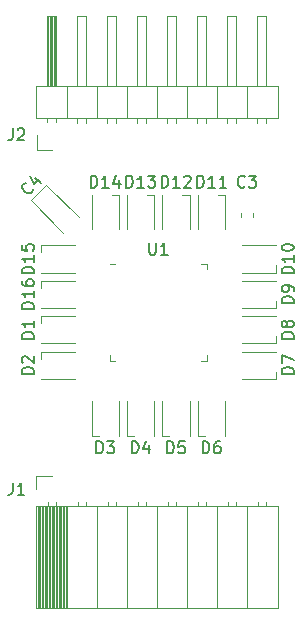
<source format=gbr>
G04 #@! TF.GenerationSoftware,KiCad,Pcbnew,(5.1.2)-2*
G04 #@! TF.CreationDate,2019-06-12T22:46:05+02:00*
G04 #@! TF.ProjectId,TLC5954-Eval,544c4335-3935-4342-9d45-76616c2e6b69,rev?*
G04 #@! TF.SameCoordinates,Original*
G04 #@! TF.FileFunction,Legend,Top*
G04 #@! TF.FilePolarity,Positive*
%FSLAX46Y46*%
G04 Gerber Fmt 4.6, Leading zero omitted, Abs format (unit mm)*
G04 Created by KiCad (PCBNEW (5.1.2)-2) date 2019-06-12 22:46:05*
%MOMM*%
%LPD*%
G04 APERTURE LIST*
%ADD10C,0.120000*%
%ADD11C,0.150000*%
G04 APERTURE END LIST*
D10*
X101635000Y-101890000D02*
X102110000Y-101890000D01*
X102110000Y-101890000D02*
X102110000Y-102365000D01*
X94365000Y-110110000D02*
X93890000Y-110110000D01*
X93890000Y-110110000D02*
X93890000Y-109635000D01*
X101635000Y-110110000D02*
X102110000Y-110110000D01*
X102110000Y-110110000D02*
X102110000Y-109635000D01*
X94365000Y-101890000D02*
X93890000Y-101890000D01*
X87670000Y-121000000D02*
X87670000Y-119890000D01*
X87670000Y-119890000D02*
X89000000Y-119890000D01*
X87670000Y-131090000D02*
X108110000Y-131090000D01*
X108110000Y-131090000D02*
X108110000Y-122460000D01*
X87670000Y-122460000D02*
X108110000Y-122460000D01*
X87670000Y-131090000D02*
X87670000Y-122460000D01*
X105510000Y-131090000D02*
X105510000Y-122460000D01*
X102970000Y-131090000D02*
X102970000Y-122460000D01*
X100430000Y-131090000D02*
X100430000Y-122460000D01*
X97890000Y-131090000D02*
X97890000Y-122460000D01*
X95350000Y-131090000D02*
X95350000Y-122460000D01*
X92810000Y-131090000D02*
X92810000Y-122460000D01*
X90270000Y-131090000D02*
X90270000Y-122460000D01*
X107140000Y-122460000D02*
X107140000Y-122050000D01*
X106420000Y-122460000D02*
X106420000Y-122050000D01*
X104600000Y-122460000D02*
X104600000Y-122050000D01*
X103880000Y-122460000D02*
X103880000Y-122050000D01*
X102060000Y-122460000D02*
X102060000Y-122050000D01*
X101340000Y-122460000D02*
X101340000Y-122050000D01*
X99520000Y-122460000D02*
X99520000Y-122050000D01*
X98800000Y-122460000D02*
X98800000Y-122050000D01*
X96980000Y-122460000D02*
X96980000Y-122050000D01*
X96260000Y-122460000D02*
X96260000Y-122050000D01*
X94440000Y-122460000D02*
X94440000Y-122050000D01*
X93720000Y-122460000D02*
X93720000Y-122050000D01*
X91900000Y-122460000D02*
X91900000Y-122050000D01*
X91180000Y-122460000D02*
X91180000Y-122050000D01*
X89360000Y-122460000D02*
X89360000Y-122110000D01*
X88640000Y-122460000D02*
X88640000Y-122110000D01*
X90151900Y-131090000D02*
X90151900Y-122460000D01*
X90033805Y-131090000D02*
X90033805Y-122460000D01*
X89915710Y-131090000D02*
X89915710Y-122460000D01*
X89797615Y-131090000D02*
X89797615Y-122460000D01*
X89679520Y-131090000D02*
X89679520Y-122460000D01*
X89561425Y-131090000D02*
X89561425Y-122460000D01*
X89443330Y-131090000D02*
X89443330Y-122460000D01*
X89325235Y-131090000D02*
X89325235Y-122460000D01*
X89207140Y-131090000D02*
X89207140Y-122460000D01*
X89089045Y-131090000D02*
X89089045Y-122460000D01*
X88970950Y-131090000D02*
X88970950Y-122460000D01*
X88852855Y-131090000D02*
X88852855Y-122460000D01*
X88734760Y-131090000D02*
X88734760Y-122460000D01*
X88616665Y-131090000D02*
X88616665Y-122460000D01*
X88498570Y-131090000D02*
X88498570Y-122460000D01*
X88380475Y-131090000D02*
X88380475Y-122460000D01*
X88262380Y-131090000D02*
X88262380Y-122460000D01*
X88144285Y-131090000D02*
X88144285Y-122460000D01*
X88026190Y-131090000D02*
X88026190Y-122460000D01*
X87908095Y-131090000D02*
X87908095Y-122460000D01*
X87790000Y-131090000D02*
X87790000Y-122460000D01*
X87730000Y-92270000D02*
X87730000Y-91000000D01*
X89000000Y-92270000D02*
X87730000Y-92270000D01*
X107160000Y-89957071D02*
X107160000Y-89560000D01*
X106400000Y-89957071D02*
X106400000Y-89560000D01*
X107160000Y-80900000D02*
X107160000Y-86900000D01*
X106400000Y-80900000D02*
X107160000Y-80900000D01*
X106400000Y-86900000D02*
X106400000Y-80900000D01*
X105510000Y-89560000D02*
X105510000Y-86900000D01*
X104620000Y-89957071D02*
X104620000Y-89560000D01*
X103860000Y-89957071D02*
X103860000Y-89560000D01*
X104620000Y-80900000D02*
X104620000Y-86900000D01*
X103860000Y-80900000D02*
X104620000Y-80900000D01*
X103860000Y-86900000D02*
X103860000Y-80900000D01*
X102970000Y-89560000D02*
X102970000Y-86900000D01*
X102080000Y-89957071D02*
X102080000Y-89560000D01*
X101320000Y-89957071D02*
X101320000Y-89560000D01*
X102080000Y-80900000D02*
X102080000Y-86900000D01*
X101320000Y-80900000D02*
X102080000Y-80900000D01*
X101320000Y-86900000D02*
X101320000Y-80900000D01*
X100430000Y-89560000D02*
X100430000Y-86900000D01*
X99540000Y-89957071D02*
X99540000Y-89560000D01*
X98780000Y-89957071D02*
X98780000Y-89560000D01*
X99540000Y-80900000D02*
X99540000Y-86900000D01*
X98780000Y-80900000D02*
X99540000Y-80900000D01*
X98780000Y-86900000D02*
X98780000Y-80900000D01*
X97890000Y-89560000D02*
X97890000Y-86900000D01*
X97000000Y-89957071D02*
X97000000Y-89560000D01*
X96240000Y-89957071D02*
X96240000Y-89560000D01*
X97000000Y-80900000D02*
X97000000Y-86900000D01*
X96240000Y-80900000D02*
X97000000Y-80900000D01*
X96240000Y-86900000D02*
X96240000Y-80900000D01*
X95350000Y-89560000D02*
X95350000Y-86900000D01*
X94460000Y-89957071D02*
X94460000Y-89560000D01*
X93700000Y-89957071D02*
X93700000Y-89560000D01*
X94460000Y-80900000D02*
X94460000Y-86900000D01*
X93700000Y-80900000D02*
X94460000Y-80900000D01*
X93700000Y-86900000D02*
X93700000Y-80900000D01*
X92810000Y-89560000D02*
X92810000Y-86900000D01*
X91920000Y-89957071D02*
X91920000Y-89560000D01*
X91160000Y-89957071D02*
X91160000Y-89560000D01*
X91920000Y-80900000D02*
X91920000Y-86900000D01*
X91160000Y-80900000D02*
X91920000Y-80900000D01*
X91160000Y-86900000D02*
X91160000Y-80900000D01*
X90270000Y-89560000D02*
X90270000Y-86900000D01*
X89380000Y-89890000D02*
X89380000Y-89560000D01*
X88620000Y-89890000D02*
X88620000Y-89560000D01*
X89280000Y-86900000D02*
X89280000Y-80900000D01*
X89160000Y-86900000D02*
X89160000Y-80900000D01*
X89040000Y-86900000D02*
X89040000Y-80900000D01*
X88920000Y-86900000D02*
X88920000Y-80900000D01*
X88800000Y-86900000D02*
X88800000Y-80900000D01*
X88680000Y-86900000D02*
X88680000Y-80900000D01*
X89380000Y-80900000D02*
X89380000Y-86900000D01*
X88620000Y-80900000D02*
X89380000Y-80900000D01*
X88620000Y-86900000D02*
X88620000Y-80900000D01*
X87670000Y-86900000D02*
X87670000Y-89560000D01*
X108110000Y-86900000D02*
X87670000Y-86900000D01*
X108110000Y-89560000D02*
X108110000Y-86900000D01*
X87670000Y-89560000D02*
X108110000Y-89560000D01*
X88050000Y-105650000D02*
X90950000Y-105650000D01*
X88050000Y-103350000D02*
X90950000Y-103350000D01*
X88050000Y-103950000D02*
X88050000Y-103350000D01*
X88050000Y-102650000D02*
X90950000Y-102650000D01*
X88050000Y-100350000D02*
X90950000Y-100350000D01*
X88050000Y-100950000D02*
X88050000Y-100350000D01*
X94050000Y-96050000D02*
X94650000Y-96050000D01*
X94650000Y-96050000D02*
X94650000Y-98950000D01*
X92350000Y-96050000D02*
X92350000Y-98950000D01*
X97050000Y-96050000D02*
X97650000Y-96050000D01*
X97650000Y-96050000D02*
X97650000Y-98950000D01*
X95350000Y-96050000D02*
X95350000Y-98950000D01*
X98350000Y-96050000D02*
X98350000Y-98950000D01*
X100650000Y-96050000D02*
X100650000Y-98950000D01*
X100050000Y-96050000D02*
X100650000Y-96050000D01*
X101350000Y-96050000D02*
X101350000Y-98950000D01*
X103650000Y-96050000D02*
X103650000Y-98950000D01*
X103050000Y-96050000D02*
X103650000Y-96050000D01*
X107950000Y-100350000D02*
X105050000Y-100350000D01*
X107950000Y-102650000D02*
X105050000Y-102650000D01*
X107950000Y-102050000D02*
X107950000Y-102650000D01*
X107950000Y-103350000D02*
X105050000Y-103350000D01*
X107950000Y-105650000D02*
X105050000Y-105650000D01*
X107950000Y-105050000D02*
X107950000Y-105650000D01*
X107950000Y-106350000D02*
X105050000Y-106350000D01*
X107950000Y-108650000D02*
X105050000Y-108650000D01*
X107950000Y-108050000D02*
X107950000Y-108650000D01*
X107950000Y-109350000D02*
X105050000Y-109350000D01*
X107950000Y-111650000D02*
X105050000Y-111650000D01*
X107950000Y-111050000D02*
X107950000Y-111650000D01*
X101950000Y-116450000D02*
X101350000Y-116450000D01*
X101350000Y-116450000D02*
X101350000Y-113550000D01*
X103650000Y-116450000D02*
X103650000Y-113550000D01*
X98950000Y-116450000D02*
X98350000Y-116450000D01*
X98350000Y-116450000D02*
X98350000Y-113550000D01*
X100650000Y-116450000D02*
X100650000Y-113550000D01*
X95950000Y-116450000D02*
X95350000Y-116450000D01*
X95350000Y-116450000D02*
X95350000Y-113550000D01*
X97650000Y-116450000D02*
X97650000Y-113550000D01*
X92950000Y-116450000D02*
X92350000Y-116450000D01*
X92350000Y-116450000D02*
X92350000Y-113550000D01*
X94650000Y-116450000D02*
X94650000Y-113550000D01*
X88050000Y-111650000D02*
X90950000Y-111650000D01*
X88050000Y-109350000D02*
X90950000Y-109350000D01*
X88050000Y-109950000D02*
X88050000Y-109350000D01*
X88050000Y-108650000D02*
X90950000Y-108650000D01*
X88050000Y-106350000D02*
X90950000Y-106350000D01*
X88050000Y-106950000D02*
X88050000Y-106350000D01*
X87205438Y-96527728D02*
X89970226Y-99292516D01*
X88527728Y-95205438D02*
X87205438Y-96527728D01*
X91292516Y-97970226D02*
X88527728Y-95205438D01*
X106010000Y-97912779D02*
X106010000Y-97587221D01*
X104990000Y-97912779D02*
X104990000Y-97587221D01*
D11*
X97238095Y-100132380D02*
X97238095Y-100941904D01*
X97285714Y-101037142D01*
X97333333Y-101084761D01*
X97428571Y-101132380D01*
X97619047Y-101132380D01*
X97714285Y-101084761D01*
X97761904Y-101037142D01*
X97809523Y-100941904D01*
X97809523Y-100132380D01*
X98809523Y-101132380D02*
X98238095Y-101132380D01*
X98523809Y-101132380D02*
X98523809Y-100132380D01*
X98428571Y-100275238D01*
X98333333Y-100370476D01*
X98238095Y-100418095D01*
X85666666Y-120452380D02*
X85666666Y-121166666D01*
X85619047Y-121309523D01*
X85523809Y-121404761D01*
X85380952Y-121452380D01*
X85285714Y-121452380D01*
X86666666Y-121452380D02*
X86095238Y-121452380D01*
X86380952Y-121452380D02*
X86380952Y-120452380D01*
X86285714Y-120595238D01*
X86190476Y-120690476D01*
X86095238Y-120738095D01*
X85666666Y-90452380D02*
X85666666Y-91166666D01*
X85619047Y-91309523D01*
X85523809Y-91404761D01*
X85380952Y-91452380D01*
X85285714Y-91452380D01*
X86095238Y-90547619D02*
X86142857Y-90500000D01*
X86238095Y-90452380D01*
X86476190Y-90452380D01*
X86571428Y-90500000D01*
X86619047Y-90547619D01*
X86666666Y-90642857D01*
X86666666Y-90738095D01*
X86619047Y-90880952D01*
X86047619Y-91452380D01*
X86666666Y-91452380D01*
X87452380Y-105714285D02*
X86452380Y-105714285D01*
X86452380Y-105476190D01*
X86500000Y-105333333D01*
X86595238Y-105238095D01*
X86690476Y-105190476D01*
X86880952Y-105142857D01*
X87023809Y-105142857D01*
X87214285Y-105190476D01*
X87309523Y-105238095D01*
X87404761Y-105333333D01*
X87452380Y-105476190D01*
X87452380Y-105714285D01*
X87452380Y-104190476D02*
X87452380Y-104761904D01*
X87452380Y-104476190D02*
X86452380Y-104476190D01*
X86595238Y-104571428D01*
X86690476Y-104666666D01*
X86738095Y-104761904D01*
X86452380Y-103333333D02*
X86452380Y-103523809D01*
X86500000Y-103619047D01*
X86547619Y-103666666D01*
X86690476Y-103761904D01*
X86880952Y-103809523D01*
X87261904Y-103809523D01*
X87357142Y-103761904D01*
X87404761Y-103714285D01*
X87452380Y-103619047D01*
X87452380Y-103428571D01*
X87404761Y-103333333D01*
X87357142Y-103285714D01*
X87261904Y-103238095D01*
X87023809Y-103238095D01*
X86928571Y-103285714D01*
X86880952Y-103333333D01*
X86833333Y-103428571D01*
X86833333Y-103619047D01*
X86880952Y-103714285D01*
X86928571Y-103761904D01*
X87023809Y-103809523D01*
X87452380Y-102714285D02*
X86452380Y-102714285D01*
X86452380Y-102476190D01*
X86500000Y-102333333D01*
X86595238Y-102238095D01*
X86690476Y-102190476D01*
X86880952Y-102142857D01*
X87023809Y-102142857D01*
X87214285Y-102190476D01*
X87309523Y-102238095D01*
X87404761Y-102333333D01*
X87452380Y-102476190D01*
X87452380Y-102714285D01*
X87452380Y-101190476D02*
X87452380Y-101761904D01*
X87452380Y-101476190D02*
X86452380Y-101476190D01*
X86595238Y-101571428D01*
X86690476Y-101666666D01*
X86738095Y-101761904D01*
X86452380Y-100285714D02*
X86452380Y-100761904D01*
X86928571Y-100809523D01*
X86880952Y-100761904D01*
X86833333Y-100666666D01*
X86833333Y-100428571D01*
X86880952Y-100333333D01*
X86928571Y-100285714D01*
X87023809Y-100238095D01*
X87261904Y-100238095D01*
X87357142Y-100285714D01*
X87404761Y-100333333D01*
X87452380Y-100428571D01*
X87452380Y-100666666D01*
X87404761Y-100761904D01*
X87357142Y-100809523D01*
X92285714Y-95452380D02*
X92285714Y-94452380D01*
X92523809Y-94452380D01*
X92666666Y-94500000D01*
X92761904Y-94595238D01*
X92809523Y-94690476D01*
X92857142Y-94880952D01*
X92857142Y-95023809D01*
X92809523Y-95214285D01*
X92761904Y-95309523D01*
X92666666Y-95404761D01*
X92523809Y-95452380D01*
X92285714Y-95452380D01*
X93809523Y-95452380D02*
X93238095Y-95452380D01*
X93523809Y-95452380D02*
X93523809Y-94452380D01*
X93428571Y-94595238D01*
X93333333Y-94690476D01*
X93238095Y-94738095D01*
X94666666Y-94785714D02*
X94666666Y-95452380D01*
X94428571Y-94404761D02*
X94190476Y-95119047D01*
X94809523Y-95119047D01*
X95285714Y-95452380D02*
X95285714Y-94452380D01*
X95523809Y-94452380D01*
X95666666Y-94500000D01*
X95761904Y-94595238D01*
X95809523Y-94690476D01*
X95857142Y-94880952D01*
X95857142Y-95023809D01*
X95809523Y-95214285D01*
X95761904Y-95309523D01*
X95666666Y-95404761D01*
X95523809Y-95452380D01*
X95285714Y-95452380D01*
X96809523Y-95452380D02*
X96238095Y-95452380D01*
X96523809Y-95452380D02*
X96523809Y-94452380D01*
X96428571Y-94595238D01*
X96333333Y-94690476D01*
X96238095Y-94738095D01*
X97142857Y-94452380D02*
X97761904Y-94452380D01*
X97428571Y-94833333D01*
X97571428Y-94833333D01*
X97666666Y-94880952D01*
X97714285Y-94928571D01*
X97761904Y-95023809D01*
X97761904Y-95261904D01*
X97714285Y-95357142D01*
X97666666Y-95404761D01*
X97571428Y-95452380D01*
X97285714Y-95452380D01*
X97190476Y-95404761D01*
X97142857Y-95357142D01*
X98285714Y-95452380D02*
X98285714Y-94452380D01*
X98523809Y-94452380D01*
X98666666Y-94500000D01*
X98761904Y-94595238D01*
X98809523Y-94690476D01*
X98857142Y-94880952D01*
X98857142Y-95023809D01*
X98809523Y-95214285D01*
X98761904Y-95309523D01*
X98666666Y-95404761D01*
X98523809Y-95452380D01*
X98285714Y-95452380D01*
X99809523Y-95452380D02*
X99238095Y-95452380D01*
X99523809Y-95452380D02*
X99523809Y-94452380D01*
X99428571Y-94595238D01*
X99333333Y-94690476D01*
X99238095Y-94738095D01*
X100190476Y-94547619D02*
X100238095Y-94500000D01*
X100333333Y-94452380D01*
X100571428Y-94452380D01*
X100666666Y-94500000D01*
X100714285Y-94547619D01*
X100761904Y-94642857D01*
X100761904Y-94738095D01*
X100714285Y-94880952D01*
X100142857Y-95452380D01*
X100761904Y-95452380D01*
X101285714Y-95452380D02*
X101285714Y-94452380D01*
X101523809Y-94452380D01*
X101666666Y-94500000D01*
X101761904Y-94595238D01*
X101809523Y-94690476D01*
X101857142Y-94880952D01*
X101857142Y-95023809D01*
X101809523Y-95214285D01*
X101761904Y-95309523D01*
X101666666Y-95404761D01*
X101523809Y-95452380D01*
X101285714Y-95452380D01*
X102809523Y-95452380D02*
X102238095Y-95452380D01*
X102523809Y-95452380D02*
X102523809Y-94452380D01*
X102428571Y-94595238D01*
X102333333Y-94690476D01*
X102238095Y-94738095D01*
X103761904Y-95452380D02*
X103190476Y-95452380D01*
X103476190Y-95452380D02*
X103476190Y-94452380D01*
X103380952Y-94595238D01*
X103285714Y-94690476D01*
X103190476Y-94738095D01*
X109452380Y-102714285D02*
X108452380Y-102714285D01*
X108452380Y-102476190D01*
X108500000Y-102333333D01*
X108595238Y-102238095D01*
X108690476Y-102190476D01*
X108880952Y-102142857D01*
X109023809Y-102142857D01*
X109214285Y-102190476D01*
X109309523Y-102238095D01*
X109404761Y-102333333D01*
X109452380Y-102476190D01*
X109452380Y-102714285D01*
X109452380Y-101190476D02*
X109452380Y-101761904D01*
X109452380Y-101476190D02*
X108452380Y-101476190D01*
X108595238Y-101571428D01*
X108690476Y-101666666D01*
X108738095Y-101761904D01*
X108452380Y-100571428D02*
X108452380Y-100476190D01*
X108500000Y-100380952D01*
X108547619Y-100333333D01*
X108642857Y-100285714D01*
X108833333Y-100238095D01*
X109071428Y-100238095D01*
X109261904Y-100285714D01*
X109357142Y-100333333D01*
X109404761Y-100380952D01*
X109452380Y-100476190D01*
X109452380Y-100571428D01*
X109404761Y-100666666D01*
X109357142Y-100714285D01*
X109261904Y-100761904D01*
X109071428Y-100809523D01*
X108833333Y-100809523D01*
X108642857Y-100761904D01*
X108547619Y-100714285D01*
X108500000Y-100666666D01*
X108452380Y-100571428D01*
X109452380Y-105238095D02*
X108452380Y-105238095D01*
X108452380Y-105000000D01*
X108500000Y-104857142D01*
X108595238Y-104761904D01*
X108690476Y-104714285D01*
X108880952Y-104666666D01*
X109023809Y-104666666D01*
X109214285Y-104714285D01*
X109309523Y-104761904D01*
X109404761Y-104857142D01*
X109452380Y-105000000D01*
X109452380Y-105238095D01*
X109452380Y-104190476D02*
X109452380Y-104000000D01*
X109404761Y-103904761D01*
X109357142Y-103857142D01*
X109214285Y-103761904D01*
X109023809Y-103714285D01*
X108642857Y-103714285D01*
X108547619Y-103761904D01*
X108500000Y-103809523D01*
X108452380Y-103904761D01*
X108452380Y-104095238D01*
X108500000Y-104190476D01*
X108547619Y-104238095D01*
X108642857Y-104285714D01*
X108880952Y-104285714D01*
X108976190Y-104238095D01*
X109023809Y-104190476D01*
X109071428Y-104095238D01*
X109071428Y-103904761D01*
X109023809Y-103809523D01*
X108976190Y-103761904D01*
X108880952Y-103714285D01*
X109452380Y-108238095D02*
X108452380Y-108238095D01*
X108452380Y-108000000D01*
X108500000Y-107857142D01*
X108595238Y-107761904D01*
X108690476Y-107714285D01*
X108880952Y-107666666D01*
X109023809Y-107666666D01*
X109214285Y-107714285D01*
X109309523Y-107761904D01*
X109404761Y-107857142D01*
X109452380Y-108000000D01*
X109452380Y-108238095D01*
X108880952Y-107095238D02*
X108833333Y-107190476D01*
X108785714Y-107238095D01*
X108690476Y-107285714D01*
X108642857Y-107285714D01*
X108547619Y-107238095D01*
X108500000Y-107190476D01*
X108452380Y-107095238D01*
X108452380Y-106904761D01*
X108500000Y-106809523D01*
X108547619Y-106761904D01*
X108642857Y-106714285D01*
X108690476Y-106714285D01*
X108785714Y-106761904D01*
X108833333Y-106809523D01*
X108880952Y-106904761D01*
X108880952Y-107095238D01*
X108928571Y-107190476D01*
X108976190Y-107238095D01*
X109071428Y-107285714D01*
X109261904Y-107285714D01*
X109357142Y-107238095D01*
X109404761Y-107190476D01*
X109452380Y-107095238D01*
X109452380Y-106904761D01*
X109404761Y-106809523D01*
X109357142Y-106761904D01*
X109261904Y-106714285D01*
X109071428Y-106714285D01*
X108976190Y-106761904D01*
X108928571Y-106809523D01*
X108880952Y-106904761D01*
X109452380Y-111238095D02*
X108452380Y-111238095D01*
X108452380Y-111000000D01*
X108500000Y-110857142D01*
X108595238Y-110761904D01*
X108690476Y-110714285D01*
X108880952Y-110666666D01*
X109023809Y-110666666D01*
X109214285Y-110714285D01*
X109309523Y-110761904D01*
X109404761Y-110857142D01*
X109452380Y-111000000D01*
X109452380Y-111238095D01*
X108452380Y-110333333D02*
X108452380Y-109666666D01*
X109452380Y-110095238D01*
X101761904Y-117952380D02*
X101761904Y-116952380D01*
X102000000Y-116952380D01*
X102142857Y-117000000D01*
X102238095Y-117095238D01*
X102285714Y-117190476D01*
X102333333Y-117380952D01*
X102333333Y-117523809D01*
X102285714Y-117714285D01*
X102238095Y-117809523D01*
X102142857Y-117904761D01*
X102000000Y-117952380D01*
X101761904Y-117952380D01*
X103190476Y-116952380D02*
X103000000Y-116952380D01*
X102904761Y-117000000D01*
X102857142Y-117047619D01*
X102761904Y-117190476D01*
X102714285Y-117380952D01*
X102714285Y-117761904D01*
X102761904Y-117857142D01*
X102809523Y-117904761D01*
X102904761Y-117952380D01*
X103095238Y-117952380D01*
X103190476Y-117904761D01*
X103238095Y-117857142D01*
X103285714Y-117761904D01*
X103285714Y-117523809D01*
X103238095Y-117428571D01*
X103190476Y-117380952D01*
X103095238Y-117333333D01*
X102904761Y-117333333D01*
X102809523Y-117380952D01*
X102761904Y-117428571D01*
X102714285Y-117523809D01*
X98761904Y-117952380D02*
X98761904Y-116952380D01*
X99000000Y-116952380D01*
X99142857Y-117000000D01*
X99238095Y-117095238D01*
X99285714Y-117190476D01*
X99333333Y-117380952D01*
X99333333Y-117523809D01*
X99285714Y-117714285D01*
X99238095Y-117809523D01*
X99142857Y-117904761D01*
X99000000Y-117952380D01*
X98761904Y-117952380D01*
X100238095Y-116952380D02*
X99761904Y-116952380D01*
X99714285Y-117428571D01*
X99761904Y-117380952D01*
X99857142Y-117333333D01*
X100095238Y-117333333D01*
X100190476Y-117380952D01*
X100238095Y-117428571D01*
X100285714Y-117523809D01*
X100285714Y-117761904D01*
X100238095Y-117857142D01*
X100190476Y-117904761D01*
X100095238Y-117952380D01*
X99857142Y-117952380D01*
X99761904Y-117904761D01*
X99714285Y-117857142D01*
X95761904Y-117952380D02*
X95761904Y-116952380D01*
X96000000Y-116952380D01*
X96142857Y-117000000D01*
X96238095Y-117095238D01*
X96285714Y-117190476D01*
X96333333Y-117380952D01*
X96333333Y-117523809D01*
X96285714Y-117714285D01*
X96238095Y-117809523D01*
X96142857Y-117904761D01*
X96000000Y-117952380D01*
X95761904Y-117952380D01*
X97190476Y-117285714D02*
X97190476Y-117952380D01*
X96952380Y-116904761D02*
X96714285Y-117619047D01*
X97333333Y-117619047D01*
X92761904Y-117952380D02*
X92761904Y-116952380D01*
X93000000Y-116952380D01*
X93142857Y-117000000D01*
X93238095Y-117095238D01*
X93285714Y-117190476D01*
X93333333Y-117380952D01*
X93333333Y-117523809D01*
X93285714Y-117714285D01*
X93238095Y-117809523D01*
X93142857Y-117904761D01*
X93000000Y-117952380D01*
X92761904Y-117952380D01*
X93666666Y-116952380D02*
X94285714Y-116952380D01*
X93952380Y-117333333D01*
X94095238Y-117333333D01*
X94190476Y-117380952D01*
X94238095Y-117428571D01*
X94285714Y-117523809D01*
X94285714Y-117761904D01*
X94238095Y-117857142D01*
X94190476Y-117904761D01*
X94095238Y-117952380D01*
X93809523Y-117952380D01*
X93714285Y-117904761D01*
X93666666Y-117857142D01*
X87452380Y-111238095D02*
X86452380Y-111238095D01*
X86452380Y-111000000D01*
X86500000Y-110857142D01*
X86595238Y-110761904D01*
X86690476Y-110714285D01*
X86880952Y-110666666D01*
X87023809Y-110666666D01*
X87214285Y-110714285D01*
X87309523Y-110761904D01*
X87404761Y-110857142D01*
X87452380Y-111000000D01*
X87452380Y-111238095D01*
X86547619Y-110285714D02*
X86500000Y-110238095D01*
X86452380Y-110142857D01*
X86452380Y-109904761D01*
X86500000Y-109809523D01*
X86547619Y-109761904D01*
X86642857Y-109714285D01*
X86738095Y-109714285D01*
X86880952Y-109761904D01*
X87452380Y-110333333D01*
X87452380Y-109714285D01*
X87452380Y-108238095D02*
X86452380Y-108238095D01*
X86452380Y-108000000D01*
X86500000Y-107857142D01*
X86595238Y-107761904D01*
X86690476Y-107714285D01*
X86880952Y-107666666D01*
X87023809Y-107666666D01*
X87214285Y-107714285D01*
X87309523Y-107761904D01*
X87404761Y-107857142D01*
X87452380Y-108000000D01*
X87452380Y-108238095D01*
X87452380Y-106714285D02*
X87452380Y-107285714D01*
X87452380Y-107000000D02*
X86452380Y-107000000D01*
X86595238Y-107095238D01*
X86690476Y-107190476D01*
X86738095Y-107285714D01*
X87384687Y-95620389D02*
X87384687Y-95687732D01*
X87317343Y-95822419D01*
X87250000Y-95889763D01*
X87115312Y-95957106D01*
X86980625Y-95957106D01*
X86879610Y-95923435D01*
X86711251Y-95822419D01*
X86610236Y-95721404D01*
X86509221Y-95553045D01*
X86475549Y-95452030D01*
X86475549Y-95317343D01*
X86542893Y-95182656D01*
X86610236Y-95115312D01*
X86744923Y-95047969D01*
X86812267Y-95047969D01*
X87586717Y-94610236D02*
X88058122Y-95081641D01*
X87148984Y-94509221D02*
X87485702Y-95182656D01*
X87923435Y-94744923D01*
X105333333Y-95357142D02*
X105285714Y-95404761D01*
X105142857Y-95452380D01*
X105047619Y-95452380D01*
X104904761Y-95404761D01*
X104809523Y-95309523D01*
X104761904Y-95214285D01*
X104714285Y-95023809D01*
X104714285Y-94880952D01*
X104761904Y-94690476D01*
X104809523Y-94595238D01*
X104904761Y-94500000D01*
X105047619Y-94452380D01*
X105142857Y-94452380D01*
X105285714Y-94500000D01*
X105333333Y-94547619D01*
X105666666Y-94452380D02*
X106285714Y-94452380D01*
X105952380Y-94833333D01*
X106095238Y-94833333D01*
X106190476Y-94880952D01*
X106238095Y-94928571D01*
X106285714Y-95023809D01*
X106285714Y-95261904D01*
X106238095Y-95357142D01*
X106190476Y-95404761D01*
X106095238Y-95452380D01*
X105809523Y-95452380D01*
X105714285Y-95404761D01*
X105666666Y-95357142D01*
M02*

</source>
